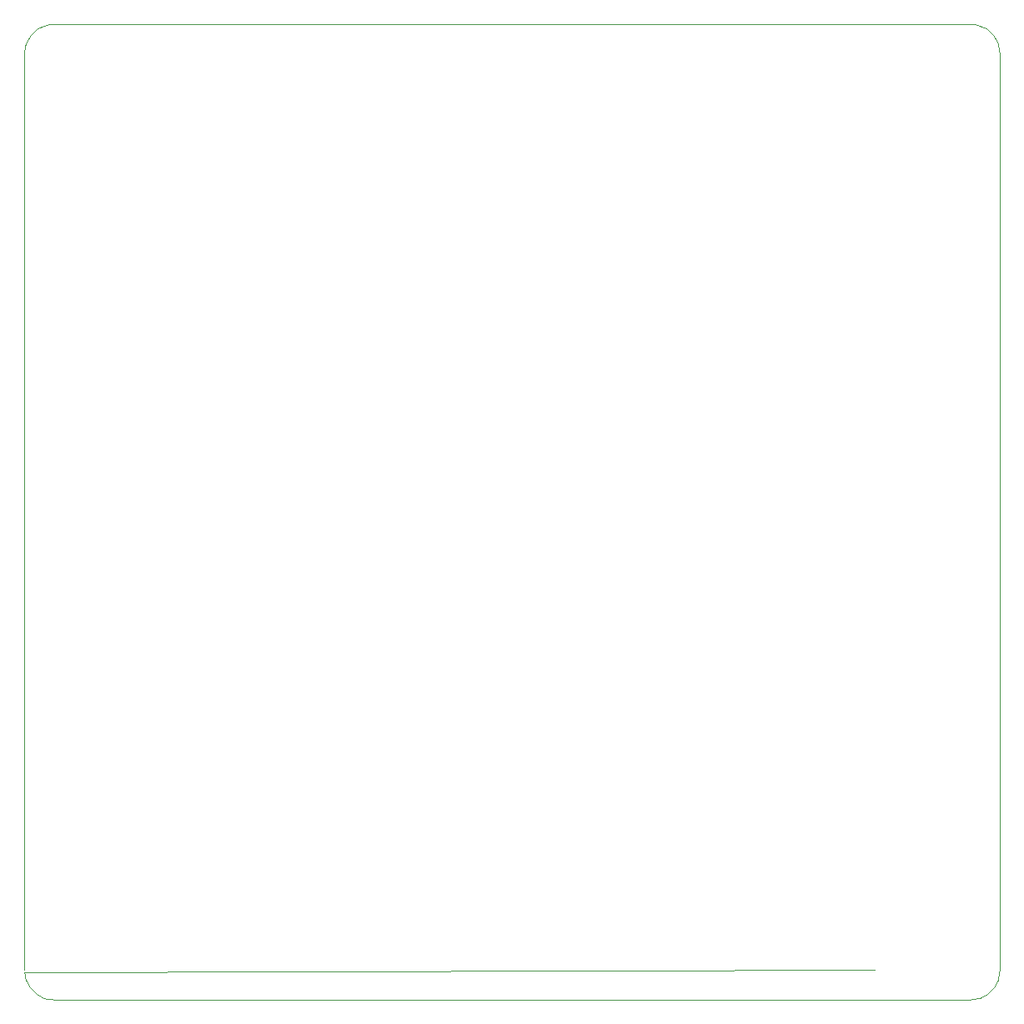
<source format=gko>
G04*
G04 #@! TF.GenerationSoftware,Altium Limited,Altium Designer,21.2.1 (34)*
G04*
G04 Layer_Color=16711935*
%FSLAX25Y25*%
%MOIN*%
G70*
G04*
G04 #@! TF.SameCoordinates,5CDBF695-0DC9-45D6-B701-0AA4AA8D040A*
G04*
G04*
G04 #@! TF.FilePolarity,Positive*
G04*
G01*
G75*
%ADD44C,0.00025*%
D44*
Y-83153D02*
X-339960Y-84128D01*
X-339839Y-85097D01*
X-339639Y-86052D01*
X-339360Y-86988D01*
X-339005Y-87897D01*
X-338577Y-88774D01*
X-338077Y-89613D01*
X-337509Y-90407D01*
X-336879Y-91152D01*
X-336188Y-91842D01*
X-335443Y-92473D01*
X-334649Y-93041D01*
X-333810Y-93540D01*
X-332933Y-93969D01*
X-332024Y-94324D01*
X-331088Y-94602D01*
X-330133Y-94803D01*
X-329164Y-94923D01*
X-328189Y-94964D01*
X37953Y-94958D02*
X38928Y-94917D01*
X39897Y-94796D01*
X40852Y-94596D01*
X41788Y-94318D01*
X42697Y-93963D01*
X43574Y-93534D01*
X44413Y-93034D01*
X45207Y-92467D01*
X45952Y-91836D01*
X46642Y-91146D01*
X47273Y-90401D01*
X47841Y-89606D01*
X48340Y-88768D01*
X48769Y-87891D01*
X49124Y-86981D01*
X49402Y-86046D01*
X49603Y-85091D01*
X49723Y-84122D01*
X49764Y-83147D01*
Y283189D02*
X49723Y284164D01*
X49603Y285133D01*
X49402Y286088D01*
X49124Y287024D01*
X48769Y287933D01*
X48340Y288810D01*
X47841Y289649D01*
X47273Y290443D01*
X46642Y291188D01*
X45952Y291879D01*
X45207Y292510D01*
X44413Y293077D01*
X43574Y293577D01*
X42697Y294005D01*
X41788Y294360D01*
X40852Y294639D01*
X39897Y294839D01*
X38928Y294960D01*
X37953Y295000D01*
X-328189D02*
X-329164Y294960D01*
X-330133Y294839D01*
X-331088Y294639D01*
X-332024Y294360D01*
X-332933Y294005D01*
X-333810Y293577D01*
X-334649Y293077D01*
X-335443Y292510D01*
X-336188Y291879D01*
X-336879Y291188D01*
X-337509Y290443D01*
X-338077Y289649D01*
X-338577Y288810D01*
X-339005Y287933D01*
X-339360Y287024D01*
X-339639Y286088D01*
X-339839Y285133D01*
X-339960Y284164D01*
X-340000Y283189D01*
X-328189Y-95000D02*
Y-94964D01*
Y-95000D02*
X37953Y-95000D01*
Y-94958D01*
X49764Y-83147D02*
X49764D01*
X49764Y283189D02*
X49764Y-83147D01*
X49764Y283189D02*
X49764D01*
X-328189Y295000D02*
X37953Y295000D01*
X-328189Y295000D02*
Y295000D01*
X-340000Y247000D02*
Y283189D01*
X-340000Y-83153D02*
X-340000Y247000D01*
M02*

</source>
